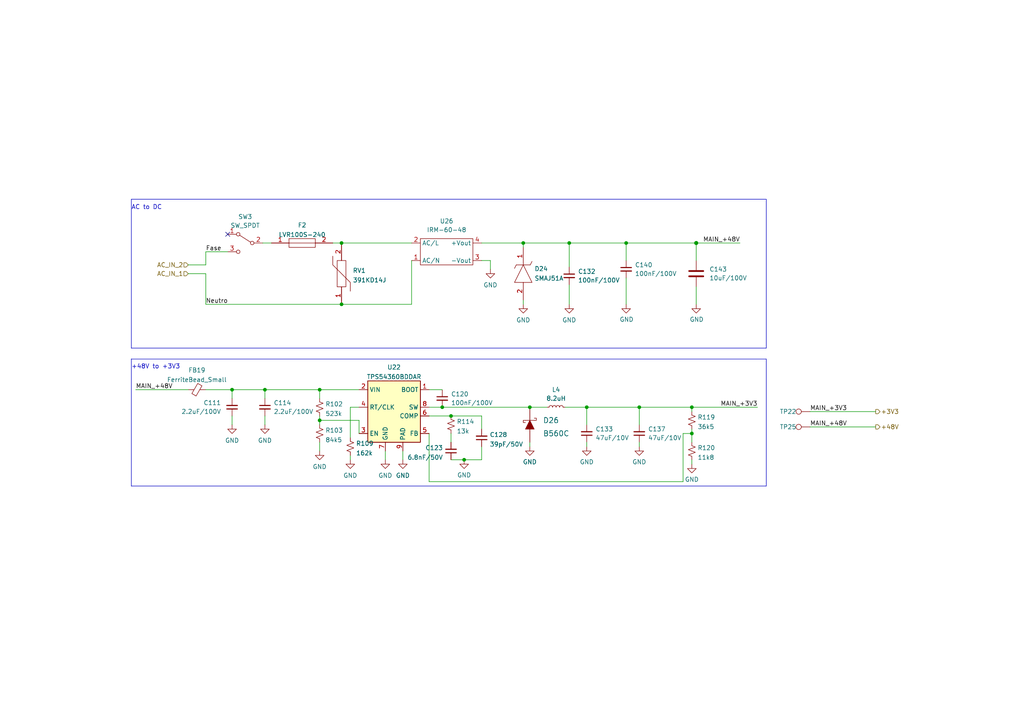
<source format=kicad_sch>
(kicad_sch (version 20230121) (generator eeschema)
  (paper "A4")
  (lib_symbols
    (symbol "Connector:TestPoint" (pin_numbers hide) (pin_names (offset 0.762) hide)
      (property "Reference" "TP" (at 0 6.858 0))
      (property "Value" "TestPoint" (at 0 5.08 0))
      (symbol "TestPoint_0_1"
        (circle (center 0 3.302) (radius 0.762))
      )
      (symbol "TestPoint_1_1"
        (pin passive line (at 0 0 90) (length 2.54) (name "1") (number "1"))
      )
    )
    (symbol "Device:C" (pin_numbers hide) (pin_names (offset 0.254))
      (property "Reference" "C" (at 0.635 2.54 0))
      (property "Value" "C" (at 0.635 -2.54 0))
      (symbol "C_0_1"
        (polyline (pts (xy -2.032 -0.762) (xy 2.032 -0.762)) (stroke (width 0.508)))
        (polyline (pts (xy -2.032 0.762) (xy 2.032 0.762)) (stroke (width 0.508)))
      )
      (symbol "C_1_1"
        (pin passive line (at 0 3.81 270) (length 2.794) (name "~") (number "1"))
        (pin passive line (at 0 -3.81 90) (length 2.794) (name "~") (number "2"))
      )
    )
    (symbol "Device:C_Small" (pin_numbers hide) (pin_names (offset 0.254) hide)
      (property "Reference" "C" (at 0.254 1.778 0))
      (property "Value" "C_Small" (at 0.254 -2.032 0))
      (symbol "C_Small_0_1"
        (polyline (pts (xy -1.524 -0.508) (xy 1.524 -0.508)) (stroke (width 0.3302)))
        (polyline (pts (xy -1.524 0.508) (xy 1.524 0.508)) (stroke (width 0.3048)))
      )
      (symbol "C_Small_1_1"
        (pin passive line (at 0 2.54 270) (length 2.032) (name "~") (number "1"))
        (pin passive line (at 0 -2.54 90) (length 2.032) (name "~") (number "2"))
      )
    )
    (symbol "Device:FerriteBead_Small" (pin_numbers hide) (pin_names (offset 0))
      (property "Reference" "FB" (at 1.905 1.27 0))
      (property "Value" "FerriteBead_Small" (at 1.905 -1.27 0))
      (symbol "FerriteBead_Small_0_1"
        (polyline (pts (xy 0 -1.27) (xy 0 -0.7874)))
        (polyline (pts (xy 0 0.889) (xy 0 1.2954)))
        (polyline (pts (xy -1.8288 0.2794) (xy -1.1176 1.4986) (xy 1.8288 -0.2032) (xy 1.1176 -1.4224) (xy -1.8288 0.2794)))
      )
      (symbol "FerriteBead_Small_1_1"
        (pin passive line (at 0 2.54 270) (length 1.27) (name "~") (number "1"))
        (pin passive line (at 0 -2.54 90) (length 1.27) (name "~") (number "2"))
      )
    )
    (symbol "Device:R_Small_US" (pin_numbers hide) (pin_names (offset 0.254) hide)
      (property "Reference" "R" (at 0.762 0.508 0))
      (property "Value" "R_Small_US" (at 0.762 -1.016 0))
      (symbol "R_Small_US_1_1"
        (polyline (pts (xy 0 0) (xy 1.016 -0.381) (xy 0 -0.762) (xy -1.016 -1.143) (xy 0 -1.524)))
        (polyline (pts (xy 0 1.524) (xy 1.016 1.143) (xy 0 0.762) (xy -1.016 0.381) (xy 0 0)))
        (pin passive line (at 0 2.54 270) (length 1.016) (name "~") (number "1"))
        (pin passive line (at 0 -2.54 90) (length 1.016) (name "~") (number "2"))
      )
    )
    (symbol "Power_Protection:ERZ-E11A391SC" (pin_names (offset 0.762))
      (property "Reference" "RV" (at 13.97 6.35 0))
      (property "Value" "ERZ-E11A391SC" (at 13.97 3.81 0))
      (symbol "ERZ-E11A391SC_0_0"
        (pin passive line (at 0 0 0) (length 5.08) (name "~") (number "1"))
        (pin passive line (at 17.78 0 180) (length 5.08) (name "~") (number "2"))
      )
      (symbol "ERZ-E11A391SC_0_1"
        (polyline (pts (xy 3.81 -2.54) (xy 6.35 -2.54) (xy 11.43 2.54) (xy 13.97 2.54)) (stroke (width 0.1524)))
        (polyline (pts (xy 5.08 1.27) (xy 12.7 1.27) (xy 12.7 -1.27) (xy 5.08 -1.27) (xy 5.08 1.27)) (stroke (width 0.1524)))
      )
    )
    (symbol "Power_Protection:LVR100S-240" (pin_names (offset 0.762))
      (property "Reference" "F" (at 13.97 6.35 0))
      (property "Value" "LVR100S-240" (at 13.97 3.81 0))
      (symbol "LVR100S-240_0_0"
        (pin passive line (at 0 0 0) (length 5.08) (name "~") (number "1"))
        (pin passive line (at 17.78 0 180) (length 5.08) (name "~") (number "2"))
      )
      (symbol "LVR100S-240_0_1"
        (polyline (pts (xy 5.08 0) (xy 12.7 0)) (stroke (width 0.1524)))
        (polyline (pts (xy 5.08 1.27) (xy 12.7 1.27) (xy 12.7 -1.27) (xy 5.08 -1.27) (xy 5.08 1.27)) (stroke (width 0.1524)))
      )
    )
    (symbol "Power_Protection:SMAJ58A" (pin_names (offset 0.762))
      (property "Reference" "D" (at 10.16 8.89 0))
      (property "Value" "SMAJ58A" (at 10.16 6.35 0))
      (symbol "SMAJ58A_0_0"
        (pin passive line (at 0 0 0) (length 5.08) (name "~") (number "1"))
        (pin passive line (at 15.24 0 180) (length 5.08) (name "~") (number "2"))
      )
      (symbol "SMAJ58A_0_1"
        (polyline (pts (xy 4.064 2.54) (xy 5.08 2.032)) (stroke (width 0.1524)))
        (polyline (pts (xy 5.08 -2.032) (xy 5.08 2.032)) (stroke (width 0.1524)))
        (polyline (pts (xy 5.08 -2.032) (xy 6.096 -2.54)) (stroke (width 0.1524)))
        (polyline (pts (xy 5.08 0) (xy 10.16 2.54) (xy 10.16 -2.54) (xy 5.08 0)) (stroke (width 0.1524)))
      )
    )
    (symbol "device:C_Small" (pin_numbers hide) (pin_names (offset 0.254) hide)
      (property "Reference" "C" (at 0.254 1.778 0))
      (property "Value" "C_Small" (at 0.254 -2.032 0))
      (symbol "C_Small_0_1"
        (polyline (pts (xy -1.524 -0.508) (xy 1.524 -0.508)) (stroke (width 0.3302)))
        (polyline (pts (xy -1.524 0.508) (xy 1.524 0.508)) (stroke (width 0.3048)))
      )
      (symbol "C_Small_1_1"
        (pin passive line (at 0 2.54 270) (length 2.032) (name "~") (number "1"))
        (pin passive line (at 0 -2.54 90) (length 2.032) (name "~") (number "2"))
      )
    )
    (symbol "device:L_Small" (pin_numbers hide) (pin_names (offset 0.254) hide)
      (property "Reference" "L" (at 0.762 1.016 0))
      (property "Value" "L_Small" (at 0.762 -1.016 0))
      (symbol "L_Small_0_1"
        (arc (start 0 -2.032) (mid 0.5058 -1.524) (end 0 -1.016))
        (arc (start 0 -1.016) (mid 0.5058 -0.508) (end 0 0))
        (arc (start 0 0) (mid 0.5058 0.508) (end 0 1.016))
        (arc (start 0 1.016) (mid 0.5058 1.524) (end 0 2.032))
      )
      (symbol "L_Small_1_1"
        (pin passive line (at 0 2.54 270) (length 0.508) (name "~") (number "1"))
        (pin passive line (at 0 -2.54 90) (length 0.508) (name "~") (number "2"))
      )
    )
    (symbol "dk_Diodes-Rectifiers-Single:B560C-13-F" (pin_numbers hide) (pin_names (offset 0) hide)
      (property "Reference" "D" (at 0 2.54 0))
      (property "Value" "B560C-13-F" (at 1.27 -3.81 0))
      (symbol "B560C-13-F_0_1"
        (polyline (pts (xy 1.27 1.27) (xy 1.27 -1.27)))
        (polyline (pts (xy -1.27 1.27) (xy -1.27 -1.27) (xy 1.27 0) (xy -1.27 1.27)) (fill (type outline)))
        (polyline (pts (xy 1.27 -1.27) (xy 1.27 -1.905) (xy 1.905 -1.905) (xy 1.905 -1.27)))
        (polyline (pts (xy 1.27 1.27) (xy 1.27 1.905) (xy 0.635 1.905) (xy 0.635 1.27)))
      )
      (symbol "B560C-13-F_1_1"
        (pin passive line (at -5.08 0 0) (length 3.81) (name "~") (number "A"))
        (pin passive line (at 5.08 0 180) (length 3.81) (name "~") (number "K"))
      )
    )
    (symbol "gabriel:IRM-90"
      (property "Reference" "U" (at 0 3.81 0))
      (property "Value" "IRM-90" (at 0 1.27 0))
      (symbol "IRM-90_0_1"
        (rectangle (start -7.62 0) (end 7.62 -7.62) (stroke (width 0.1524)))
      )
      (symbol "IRM-90_1_1"
        (pin input line (at -10.16 -6.35 0) (length 2.54) (name "AC/N") (number "1"))
        (pin input line (at -10.16 -1.27 0) (length 2.54) (name "AC/L") (number "2"))
        (pin input line (at 10.16 -6.35 180) (length 2.54) (name "-Vout") (number "3"))
        (pin input line (at 10.16 -1.27 180) (length 2.54) (name "+Vout") (number "4"))
      )
    )
    (symbol "gabriel:TPS54360BDDAR"
      (property "Reference" "U" (at 0 0 0))
      (property "Value" "TPS54360BDDAR" (at 0 -2.54 0))
      (symbol "TPS54360BDDAR_0_1"
        (rectangle (start -7.62 -5.08) (end 7.62 -22.86) (stroke (width 0.254)) (fill (type background)))
      )
      (symbol "TPS54360BDDAR_1_1"
        (pin input line (at 10.16 -7.62 180) (length 2.54) (name "BOOT") (number "1"))
        (pin input line (at -10.16 -7.62 0) (length 2.54) (name "VIN") (number "2"))
        (pin input line (at -10.16 -20.32 0) (length 2.54) (name "EN") (number "3"))
        (pin input line (at -10.16 -12.7 0) (length 2.54) (name "RT/CLK") (number "4"))
        (pin input line (at 10.16 -20.32 180) (length 2.54) (name "FB") (number "5"))
        (pin passive line (at 10.16 -15.24 180) (length 2.54) (name "COMP") (number "6"))
        (pin power_in line (at -2.54 -25.4 90) (length 2.54) (name "GND") (number "7"))
        (pin output line (at 10.16 -12.7 180) (length 2.54) (name "SW") (number "8"))
        (pin passive line (at 2.54 -25.4 90) (length 2.54) (name "PAD") (number "9"))
      )
    )
    (symbol "power:GND" (power) (pin_names (offset 0))
      (property "Value" "GND" (at 0 -3.81 0))
      (symbol "GND_0_1"
        (polyline (pts (xy 0 0) (xy 0 -1.27) (xy 1.27 -1.27) (xy 0 -2.54) (xy -1.27 -1.27) (xy 0 -1.27)))
      )
      (symbol "GND_1_1"
        (pin power_in line (at 0 0 270) (length 0) hide (name "GND") (number "1"))
      )
    )
    (symbol "switches:SW_SPDT" (pin_names (offset 0) hide)
      (property "Reference" "SW" (at 0 4.318 0))
      (property "Value" "SW_SPDT" (at 0 -5.08 0))
      (symbol "SW_SPDT_0_0"
        (circle (center -2.032 0) (radius 0.508))
        (circle (center 2.032 -2.54) (radius 0.508))
      )
      (symbol "SW_SPDT_0_1"
        (polyline (pts (xy -1.524 0.254) (xy 1.651 2.286)))
        (circle (center 2.032 2.54) (radius 0.508))
      )
      (symbol "SW_SPDT_1_1"
        (pin passive line (at 5.08 2.54 180) (length 2.54) (name "A") (number "1"))
        (pin passive line (at -5.08 0 0) (length 2.54) (name "B") (number "2"))
        (pin passive line (at 5.08 -2.54 180) (length 2.54) (name "C") (number "3"))
      )
    )
  )
  (junction (at 151.765 70.485))
  (junction (at 170.18 118.11))
  (junction (at 134.62 133.35))
  (junction (at 201.93 70.485) (diameter 1.016))
  (junction (at 92.71 121.92))
  (junction (at 76.835 113.03))
  (junction (at 165.1 70.485))
  (junction (at 185.42 118.11))
  (junction (at 99.06 70.485))
  (junction (at 153.67 118.11))
  (junction (at 200.66 125.73))
  (junction (at 130.81 120.65))
  (junction (at 92.71 113.03))
  (junction (at 200.66 118.11))
  (junction (at 99.06 88.265))
  (junction (at 128.27 118.11))
  (junction (at 67.31 113.03))
  (junction (at 181.61 70.485))
  (no_connect (at 66.04 67.945))
  (polyline (pts (xy 38.1 104.14) (xy 38.1 140.97)))
  (wire (pts (xy 111.76 130.81) (xy 111.76 133.35)))
  (wire (pts (xy 142.24 75.565) (xy 139.7 75.565)))
  (wire (pts (xy 181.61 80.645) (xy 181.61 88.265)))
  (wire (pts (xy 153.67 128.27) (xy 153.67 129.54)))
  (wire (pts (xy 101.6 118.11) (xy 101.6 127)))
  (wire (pts (xy 92.71 128.27) (xy 92.71 130.81)))
  (wire (pts (xy 124.46 139.7) (xy 124.46 125.73)))
  (polyline (pts (xy 222.25 100.965) (xy 222.25 57.785)))
  (wire (pts (xy 101.6 132.08) (xy 101.6 133.35)))
  (wire (pts (xy 130.81 125.73) (xy 130.81 128.27)))
  (wire (pts (xy 170.18 118.11) (xy 163.83 118.11)))
  (wire (pts (xy 139.7 133.35) (xy 139.7 129.54)))
  (wire (pts (xy 92.71 113.03) (xy 92.71 115.57)))
  (wire (pts (xy 116.84 130.81) (xy 116.84 133.35)))
  (wire (pts (xy 92.71 121.92) (xy 104.14 121.92)))
  (polyline (pts (xy 222.25 140.97) (xy 222.25 104.14)))
  (wire (pts (xy 151.765 71.755) (xy 151.765 70.485)))
  (wire (pts (xy 99.06 70.485) (xy 119.38 70.485)))
  (wire (pts (xy 200.66 125.73) (xy 198.12 125.73)))
  (wire (pts (xy 185.42 118.11) (xy 170.18 118.11)))
  (wire (pts (xy 76.2 70.485) (xy 78.74 70.485)))
  (wire (pts (xy 200.66 125.73) (xy 200.66 128.27)))
  (wire (pts (xy 92.71 120.65) (xy 92.71 121.92)))
  (polyline (pts (xy 38.1 57.785) (xy 38.1 100.965)))
  (wire (pts (xy 67.31 120.65) (xy 67.31 123.19)))
  (wire (pts (xy 119.38 75.565) (xy 119.38 88.265)))
  (wire (pts (xy 59.69 113.03) (xy 67.31 113.03)))
  (wire (pts (xy 76.835 120.65) (xy 76.835 123.19)))
  (polyline (pts (xy 38.1 104.14) (xy 38.1 104.14)))
  (wire (pts (xy 59.69 73.025) (xy 66.04 73.025)))
  (polyline (pts (xy 38.1 100.965) (xy 222.25 100.965)))
  (wire (pts (xy 128.27 118.11) (xy 153.67 118.11)))
  (wire (pts (xy 134.62 133.35) (xy 139.7 133.35)))
  (wire (pts (xy 54.61 79.375) (xy 59.69 79.375)))
  (wire (pts (xy 200.66 133.35) (xy 200.66 134.62)))
  (wire (pts (xy 54.61 76.835) (xy 59.69 76.835)))
  (wire (pts (xy 181.61 70.485) (xy 201.93 70.485)))
  (wire (pts (xy 185.42 128.27) (xy 185.42 129.54)))
  (wire (pts (xy 124.46 113.03) (xy 128.27 113.03)))
  (wire (pts (xy 76.835 113.03) (xy 76.835 115.57)))
  (wire (pts (xy 139.7 120.65) (xy 139.7 124.46)))
  (wire (pts (xy 59.69 79.375) (xy 59.69 88.265)))
  (wire (pts (xy 165.1 70.485) (xy 165.1 77.47)))
  (wire (pts (xy 104.14 121.92) (xy 104.14 125.73)))
  (wire (pts (xy 39.37 113.03) (xy 54.61 113.03)))
  (wire (pts (xy 201.93 75.565) (xy 201.93 70.485)))
  (wire (pts (xy 96.52 70.485) (xy 99.06 70.485)))
  (wire (pts (xy 198.12 125.73) (xy 198.12 139.7)))
  (wire (pts (xy 92.71 113.03) (xy 104.14 113.03)))
  (wire (pts (xy 234.95 119.38) (xy 254 119.38)))
  (polyline (pts (xy 38.1 140.97) (xy 222.25 140.97)))
  (wire (pts (xy 200.66 119.38) (xy 200.66 118.11)))
  (polyline (pts (xy 38.1 57.785) (xy 222.25 57.785)))
  (wire (pts (xy 139.7 70.485) (xy 151.765 70.485)))
  (polyline (pts (xy 222.25 104.14) (xy 38.1 104.14)))
  (wire (pts (xy 165.1 70.485) (xy 181.61 70.485)))
  (wire (pts (xy 151.765 70.485) (xy 165.1 70.485)))
  (wire (pts (xy 130.81 120.65) (xy 139.7 120.65)))
  (wire (pts (xy 92.71 121.92) (xy 92.71 123.19)))
  (wire (pts (xy 234.95 123.825) (xy 254 123.825)))
  (wire (pts (xy 200.66 118.11) (xy 219.71 118.11)))
  (wire (pts (xy 67.31 113.03) (xy 76.835 113.03)))
  (wire (pts (xy 165.1 82.55) (xy 165.1 88.265)))
  (wire (pts (xy 170.18 123.19) (xy 170.18 118.11)))
  (wire (pts (xy 104.14 118.11) (xy 101.6 118.11)))
  (wire (pts (xy 124.46 118.11) (xy 128.27 118.11)))
  (wire (pts (xy 198.12 139.7) (xy 124.46 139.7)))
  (wire (pts (xy 59.69 88.265) (xy 99.06 88.265)))
  (wire (pts (xy 119.38 88.265) (xy 99.06 88.265)))
  (wire (pts (xy 142.24 75.565) (xy 142.24 78.105)))
  (wire (pts (xy 59.69 73.025) (xy 59.69 76.835)))
  (wire (pts (xy 181.61 70.485) (xy 181.61 75.565)))
  (wire (pts (xy 170.18 128.27) (xy 170.18 129.54)))
  (wire (pts (xy 201.93 70.485) (xy 214.63 70.485)))
  (wire (pts (xy 200.66 124.46) (xy 200.66 125.73)))
  (wire (pts (xy 153.67 118.11) (xy 158.75 118.11)))
  (wire (pts (xy 124.46 120.65) (xy 130.81 120.65)))
  (wire (pts (xy 185.42 118.11) (xy 185.42 123.19)))
  (wire (pts (xy 200.66 118.11) (xy 185.42 118.11)))
  (wire (pts (xy 201.93 88.265) (xy 201.93 83.185)))
  (wire (pts (xy 151.765 88.265) (xy 151.765 86.995)))
  (wire (pts (xy 130.81 133.35) (xy 134.62 133.35)))
  (wire (pts (xy 76.835 113.03) (xy 92.71 113.03)))
  (wire (pts (xy 67.31 113.03) (xy 67.31 115.57)))
  (text "AC to DC" (at 38.1 60.96 0) (effects (font (size 1.27 1.27)) (justify left bottom)))
  (text "+48V to +3V3\n\n" (at 38.1 109.22 0) (effects (font (size 1.27 1.27)) (justify left bottom)))
  (label "Fase" (at 59.69 73.025 0))
  (label "MAIN_+48V" (at 214.63 70.485 180))
  (label "MAIN_+3V3" (at 234.95 119.38 0))
  (label "MAIN_+48V" (at 39.37 113.03 0))
  (label "MAIN_+3V3" (at 219.71 118.11 180))
  (label "Neutro" (at 59.69 88.265 0))
  (label "MAIN_+48V" (at 234.95 123.825 0))
  (hierarchical_label "AC_IN_1" (shape input) (at 54.61 79.375 180))
  (hierarchical_label "AC_IN_2" (shape input) (at 54.61 76.835 180))
  (hierarchical_label "+3V3" (shape output) (at 254 119.38 0))
  (hierarchical_label "+48V" (shape output) (at 254 123.825 0))
  (symbol (lib_id "power:GND") (at 76.835 123.19 0) (unit 1)
    (property "Reference" "#PWR092" (effects hide))
    (property "Value" "GND" (at 76.835 127.7525 0))
  )
  (symbol (lib_id "Device:C") (at 201.93 79.375 0) (unit 1)
    (property "Reference" "C143" (at 205.74 78.1049 0) (effects (justify left)))
    (property "Value" "10uF/100V" (at 205.74 80.6449 0) (effects (justify left)))
    (property "Footprint" "Capacitor_SMD:C_2220_5650Metric" (effects hide))
    (property "LCSC Part" "C2843466" (effects hide))
  )
  (symbol (lib_id "power:GND") (at 101.6 133.35 0) (unit 1)
    (property "Reference" "#PWR0102" (effects hide))
    (property "Value" "GND" (at 101.6 137.9125 0))
  )
  (symbol (lib_id "power:GND") (at 185.42 129.54 0) (unit 1)
    (property "Reference" "#PWR0130" (effects hide))
    (property "Value" "GND" (at 185.42 133.985 0))
  )
  (symbol (lib_id "device:C_Small") (at 130.81 130.81 0) (mirror x) (unit 1)
    (property "Reference" "C123" (at 128.4859 129.8951 0) (effects (justify right)))
    (property "Value" "6.8nF/50V" (at 128.4859 132.6702 0) (effects (justify right)))
    (property "Footprint" "Capacitor_SMD:C_0402_1005Metric" (effects hide))
    (property "LCSC Part" "C123518" (effects hide))
  )
  (symbol (lib_id "Device:C_Small") (at 67.31 118.11 0) (mirror x) (unit 1)
    (property "Reference" "C111" (at 64.135 116.8335 0) (effects (justify right)))
    (property "Value" "2.2uF/100V" (at 64.135 119.3735 0) (effects (justify right)))
    (property "Footprint" "Capacitor_SMD:C_1206_3216Metric" (effects hide))
    (property "Datasheet" "https://datasheet.lcsc.com/lcsc/2007130933_Samsung-Electro-Mechanics-CL31B225KCHSNNE_C170101.pdf" (effects hide))
    (property "LCSC Part" "C170101" (effects hide))
  )
  (symbol (lib_id "Device:R_Small_US") (at 92.71 125.73 0) (unit 1)
    (property "Reference" "R103" (at 94.361 124.8215 0) (effects (justify left)))
    (property "Value" "84k5" (at 94.361 127.5966 0) (effects (justify left)))
    (property "Footprint" "Resistor_SMD:R_0402_1005Metric" (effects hide))
    (property "LCSC Part" "C403376" (effects hide))
  )
  (symbol (lib_id "power:GND") (at 165.1 88.265 0) (unit 1)
    (property "Reference" "#PWR0124" (effects hide))
    (property "Value" "GND" (at 165.1 92.8275 0))
  )
  (symbol (lib_id "device:C_Small") (at 170.18 125.73 180) (unit 1)
    (property "Reference" "C133" (at 172.72 124.4599 0) (effects (justify right)))
    (property "Value" "47uF/10V" (at 172.72 126.9999 0) (effects (justify right)))
    (property "Footprint" "Capacitor_SMD:C_0805_2012Metric" (effects hide))
    (property "LCSC Part" "C94034" (effects hide))
  )
  (symbol (lib_id "Device:C_Small") (at 165.1 80.01 0) (unit 1)
    (property "Reference" "C132" (at 167.64 78.7462 0) (effects (justify left)))
    (property "Value" "100nF/100V" (at 167.64 81.2862 0) (effects (justify left)))
    (property "Footprint" "Capacitor_SMD:C_0402_1005Metric" (effects hide))
    (property "LCSC Part" "C113803" (effects hide))
  )
  (symbol (lib_id "power:GND") (at 181.61 88.265 0) (unit 1)
    (property "Reference" "#PWR0136" (effects hide))
    (property "Value" "GND" (at 181.737 92.6592 0))
  )
  (symbol (lib_id "Device:C_Small") (at 128.27 115.57 0) (unit 1)
    (property "Reference" "C120" (at 130.81 114.3062 0) (effects (justify left)))
    (property "Value" "100nF/100V" (at 130.81 116.8462 0) (effects (justify left)))
    (property "Footprint" "Capacitor_SMD:C_0402_1005Metric" (effects hide))
    (property "LCSC Part" "C113803" (effects hide))
  )
  (symbol (lib_id "power:GND") (at 153.67 129.54 0) (unit 1)
    (property "Reference" "#PWR0121" (effects hide))
    (property "Value" "GND" (at 153.67 133.985 0))
  )
  (symbol (lib_id "power:GND") (at 111.76 133.35 0) (unit 1)
    (property "Reference" "#PWR0105" (effects hide))
    (property "Value" "GND" (at 111.76 137.9125 0))
  )
  (symbol (lib_id "dk_Diodes-Rectifiers-Single:B560C-13-F") (at 153.67 123.19 90) (unit 1)
    (property "Reference" "D26" (at 157.48 121.92 90) (effects (font (size 1.524 1.524)) (justify right)))
    (property "Value" "B560C" (at 157.48 125.73 90) (effects (font (size 1.524 1.524)) (justify right)))
    (property "Footprint" "digikey-footprints:DO-214AB" (effects hide))
    (property "Datasheet" "https://www.diodes.com/assets/Datasheets/ds13012.pdf" (effects hide))
    (property "Digi-Key_PN" "B560C-FDICT-ND" (effects hide))
    (property "MPN" "B560C-13-F" (effects hide))
    (property "Category" "Discrete Semiconductor Products" (effects hide))
    (property "Family" "Diodes - Rectifiers - Single" (effects hide))
    (property "DK_Datasheet_Link" "https://www.diodes.com/assets/Datasheets/ds13012.pdf" (effects hide))
    (property "DK_Detail_Page" "/product-detail/en/diodes-incorporated/B560C-13-F/B560C-FDICT-ND/768816" (effects hide))
    (property "Description" "DIODE SCHOTTKY 60V 5A SMC" (effects hide))
    (property "Manufacturer" "Diodes Incorporated" (effects hide))
    (property "Status" "Active" (effects hide))
    (property "LCSC Part" "C85100" (effects hide))
  )
  (symbol (lib_id "power:GND") (at 134.62 133.35 0) (unit 1)
    (property "Reference" "#PWR0114" (effects hide))
    (property "Value" "GND" (at 134.62 137.795 0))
  )
  (symbol (lib_id "power:GND") (at 67.31 123.19 0) (unit 1)
    (property "Reference" "#PWR089" (effects hide))
    (property "Value" "GND" (at 67.31 127.7525 0))
  )
  (symbol (lib_id "Device:R_Small_US") (at 92.71 118.11 0) (unit 1)
    (property "Reference" "R102" (at 94.361 117.2015 0) (effects (justify left)))
    (property "Value" "523k" (at 94.361 119.9766 0) (effects (justify left)))
    (property "Footprint" "Resistor_SMD:R_0402_1005Metric" (effects hide))
    (property "LCSC Part" "C23076" (effects hide))
  )
  (symbol (lib_id "Device:R_Small_US") (at 130.81 123.19 0) (unit 1)
    (property "Reference" "R114" (at 132.461 122.2815 0) (effects (justify left)))
    (property "Value" "13k" (at 132.461 125.0566 0) (effects (justify left)))
    (property "Footprint" "Resistor_SMD:R_0402_1005Metric" (effects hide))
    (property "Field4" "C170711" (effects hide))
  )
  (symbol (lib_id "Power_Protection:SMAJ58A") (at 151.765 71.755 270) (unit 1)
    (property "Reference" "D24" (at 155.0162 77.9585 90) (effects (justify left)))
    (property "Value" "SMAJ51A" (at 155.0162 80.7336 90) (effects (justify left)))
    (property "Footprint" "Diode_SMD:D_SMA" (effects hide))
    (property "Datasheet" "https://componentsearchengine.com/Datasheets/2/SMAJ51A.pdf" (effects hide))
    (property "Description" "Littelfuse SMAJ51A Uni-Directional TVS Diode, 400W peak, 2-Pin DO-214AC" (effects hide))
    (property "Height" "2.29" (effects hide))
    (property "Manufacturer_Name" "LITTELFUSE" (effects hide))
    (property "Manufacturer_Part_Number" "SMAJ51A" (effects hide))
    (property "Mouser Part Number" "576-SMAJ51A" (effects hide))
    (property "Mouser Price/Stock" "https://www.mouser.co.uk/ProductDetail/Littelfuse/SMAJ51A?qs=2VFNtWizgiepPOMiS0Encw%3D%3D" (effects hide))
    (property "Arrow Part Number" "SMAJ51A" (effects hide))
    (property "Arrow Price/Stock" "https://www.arrow.com/en/products/smaj51a/littelfuse?region=nac" (effects hide))
    (property "LCSC Part" "C309894" (effects hide))
  )
  (symbol (lib_id "Device:FerriteBead_Small") (at 57.15 113.03 90) (unit 1)
    (property "Reference" "FB19" (at 57.1119 107.3617 90))
    (property "Value" "FerriteBead_Small" (at 57.1119 110.1368 90))
    (property "Footprint" "Inductor_SMD:L_0603_1608Metric" (effects hide))
    (property "Datasheet" "https://datasheet.lcsc.com/lcsc/1912111437_FH-Guangdong-Fenghua-Advanced-Tech-CBM160808U000T_C394410.pdf" (effects hide))
    (property "Field4" "C394410" (effects hide))
  )
  (symbol (lib_id "power:GND") (at 201.93 88.265 0) (unit 1)
    (property "Reference" "#PWR0139" (effects hide))
    (property "Value" "GND" (at 202.057 92.6592 0))
  )
  (symbol (lib_id "device:L_Small") (at 161.29 118.11 90) (unit 1)
    (property "Reference" "L4" (at 161.29 113.03 90))
    (property "Value" "8.2uH" (at 161.29 115.57 90))
    (property "Footprint" "Gabriel:MHCC10040-8R2M-R7" (effects hide))
    (property "Datasheet" "https://datasheet.lcsc.com/lcsc/1912111437_Chilisin-Elec-MHCC10040-8R2M-R7_C285788.pdf" (effects hide))
  )
  (symbol (lib_id "power:GND") (at 116.84 133.35 0) (unit 1)
    (property "Reference" "#PWR0109" (effects hide))
    (property "Value" "GND" (at 116.84 137.9125 0))
  )
  (symbol (lib_id "Device:R_Small_US") (at 200.66 130.81 0) (unit 1)
    (property "Reference" "R120" (at 202.311 129.9015 0) (effects (justify left)))
    (property "Value" "11k8" (at 202.311 132.6766 0) (effects (justify left)))
    (property "Footprint" "Resistor_SMD:R_0402_1005Metric" (effects hide))
    (property "LCSC Part" "C22861" (effects hide))
  )
  (symbol (lib_id "device:C_Small") (at 139.7 127 180) (unit 1)
    (property "Reference" "C128" (at 142.0241 126.0851 0) (effects (justify right)))
    (property "Value" "39pF/50V" (at 142.0241 128.8602 0) (effects (justify right)))
    (property "Footprint" "Capacitor_SMD:C_0402_1005Metric" (effects hide))
    (property "LCSC Part" "C376784" (effects hide))
  )
  (symbol (lib_id "gabriel:TPS54360BDDAR") (at 114.3 105.41 0) (unit 1)
    (property "Reference" "U22" (at 114.3 106.5235 0))
    (property "Value" "TPS54360BDDAR" (at 114.3 109.2986 0))
    (property "Footprint" "SamacSys_Parts:SOIC127P600X170-9N" (effects hide))
    (property "LCSC Part" "C524806" (effects hide))
  )
  (symbol (lib_id "switches:SW_SPDT") (at 71.12 70.485 0) (mirror y) (unit 1)
    (property "Reference" "SW3" (at 71.12 62.865 0))
    (property "Value" "SW_SPDT" (at 71.12 65.405 0))
    (property "Footprint" "Gabriel:SS-12D06L5" (effects hide))
    (property "Datasheet" "https://www.ckswitches.com/media/1423/l.pdf" (effects hide))
    (property "Digi-key Part" "CKC5107-ND" (effects hide))
    (property "Manufacturer Product Number" "L102011MS02Q" (effects hide))
    (property "Mouser Part Number" "611-L102-011" (effects hide))
  )
  (symbol (lib_id "Device:C_Small") (at 76.835 118.11 0) (unit 1)
    (property "Reference" "C114" (at 79.375 116.8462 0) (effects (justify left)))
    (property "Value" "2.2uF/100V" (at 79.375 119.3862 0) (effects (justify left)))
    (property "Footprint" "Capacitor_SMD:C_1206_3216Metric" (effects hide))
    (property "Datasheet" "https://datasheet.lcsc.com/lcsc/2007130933_Samsung-Electro-Mechanics-CL31B225KCHSNNE_C170101.pdf" (effects hide))
    (property "LCSC Part" "C170101" (effects hide))
  )
  (symbol (lib_id "power:GND") (at 170.18 129.54 0) (unit 1)
    (property "Reference" "#PWR0125" (effects hide))
    (property "Value" "GND" (at 170.18 133.985 0))
  )
  (symbol (lib_id "power:GND") (at 151.765 88.265 0) (unit 1)
    (property "Reference" "#PWR0119" (effects hide))
    (property "Value" "GND" (at 151.765 92.8275 0))
  )
  (symbol (lib_id "Connector:TestPoint") (at 234.95 123.825 90) (unit 1)
    (property "Reference" "TP25" (at 226.1236 123.825 90) (effects (justify right)))
    (property "Value" "TestPoint" (effects hide))
    (property "Footprint" "TestPoint:TestPoint_Pad_D1.0mm" (effects hide))
  )
  (symbol (lib_id "gabriel:IRM-90") (at 129.54 69.215 0) (unit 1)
    (property "Reference" "U26" (at 129.54 64.135 0))
    (property "Value" "IRM-60-48" (at 129.54 66.675 0))
    (property "Footprint" "Gabriel:IRM-60" (effects hide))
  )
  (symbol (lib_id "Device:R_Small_US") (at 200.66 121.92 0) (unit 1)
    (property "Reference" "R119" (at 202.311 121.0115 0) (effects (justify left)))
    (property "Value" "36k5" (at 202.311 123.7866 0) (effects (justify left)))
    (property "Footprint" "Resistor_SMD:R_0402_1005Metric" (effects hide))
    (property "LCSC Part" "C403185" (effects hide))
  )
  (symbol (lib_id "power:GND") (at 142.24 78.105 0) (unit 1)
    (property "Reference" "#PWR0117" (effects hide))
    (property "Value" "GND" (at 142.24 82.6675 0))
  )
  (symbol (lib_id "Device:R_Small_US") (at 101.6 129.54 0) (unit 1)
    (property "Reference" "R109" (at 103.251 128.6315 0) (effects (justify left)))
    (property "Value" "162k" (at 103.251 131.4066 0) (effects (justify left)))
    (property "Footprint" "Resistor_SMD:R_0402_1005Metric" (effects hide))
    (property "LCSC Part" "C403015" (effects hide))
  )
  (symbol (lib_id "power:GND") (at 200.66 134.62 0) (unit 1)
    (property "Reference" "#PWR0133" (effects hide))
    (property "Value" "GND" (at 200.66 139.065 0))
  )
  (symbol (lib_id "device:C_Small") (at 185.42 125.73 180) (unit 1)
    (property "Reference" "C137" (at 187.96 124.4599 0) (effects (justify right)))
    (property "Value" "47uF/10V" (at 187.96 126.9999 0) (effects (justify right)))
    (property "Footprint" "Capacitor_SMD:C_0805_2012Metric" (effects hide))
    (property "LCSC Part" "C94034" (effects hide))
  )
  (symbol (lib_id "Device:C_Small") (at 181.61 78.105 0) (unit 1)
    (property "Reference" "C140" (at 184.15 76.8412 0) (effects (justify left)))
    (property "Value" "100nF/100V" (at 184.15 79.3812 0) (effects (justify left)))
    (property "Footprint" "Capacitor_SMD:C_0402_1005Metric" (effects hide))
    (property "LCSC Part" "C113803" (effects hide))
  )
  (symbol (lib_id "Power_Protection:LVR100S-240") (at 78.74 70.485 0) (unit 1)
    (property "Reference" "F2" (at 87.63 65.2993 0))
    (property "Value" "LVR100S-240" (at 87.63 68.0744 0))
    (property "Footprint" "Fuse:Fuse_Littelfuse-LVR100" (effects hide))
    (property "Datasheet" "https://www.littelfuse.com/~/media/electronics/datasheets/resettable_ptcs/littelfuse_ptc_lvr_catalog_datasheet.pdf.pdf" (effects hide))
    (property "Description" "Resettable Fuse PPTC 1,0A 240Vac THT" (effects hide))
    (property "Height" "24.4" (effects hide))
    (property "Manufacturer_Name" "LITTELFUSE" (effects hide))
    (property "Manufacturer_Part_Number" "LVR100S-240" (effects hide))
    (property "Mouser Part Number" "650-LVR100S-240" (effects hide))
    (property "Mouser Price/Stock" "https://www.mouser.co.uk/ProductDetail/Littelfuse/LVR100S-240?qs=tJ9riMc3cOeBOFbHtdV8lQ%3D%3D" (effects hide))
    (property "Arrow Part Number" "LVR100S-240" (effects hide))
    (property "Arrow Price/Stock" "https://www.arrow.com/en/products/lvr100s-240/littelfuse" (effects hide))
  )
  (symbol (lib_id "Power_Protection:ERZ-E11A391SC") (at 99.06 88.265 90) (unit 1)
    (property "Reference" "RV1" (at 102.3112 78.4665 90) (effects (justify right)))
    (property "Value" "391KD14J" (at 102.3112 81.2416 90) (effects (justify right)))
    (property "Footprint" "Varistor:RV_Disc_D15.5mm_W6.1mm_P7.5mm" (effects hide))
    (property "Datasheet" "https://datasheet.lcsc.com/lcsc/2205231430_Liown-391KD14J_C3019445.pdf" (effects hide))
    (property "LCSC Part" "C3019445" (effects hide))
  )
  (symbol (lib_id "power:GND") (at 92.71 130.81 0) (unit 1)
    (property "Reference" "#PWR098" (effects hide))
    (property "Value" "GND" (at 92.71 135.3725 0))
  )
  (symbol (lib_id "Connector:TestPoint") (at 234.95 119.38 90) (unit 1)
    (property "Reference" "TP22" (at 226.1236 119.38 90) (effects (justify right)))
    (property "Value" "3V3" (effects hide))
    (property "Footprint" "TestPoint:TestPoint_Pad_D1.0mm" (effects hide))
  )
)
</source>
